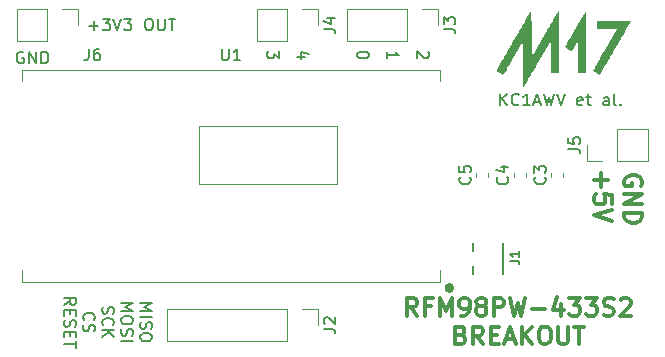
<source format=gbr>
%TF.GenerationSoftware,KiCad,Pcbnew,6.0.2+dfsg-1~bpo11+1*%
%TF.CreationDate,2022-03-03T13:43:19-05:00*%
%TF.ProjectId,RFM98PW-433S2_breakout,52464d39-3850-4572-9d34-333353325f62,rev?*%
%TF.SameCoordinates,Original*%
%TF.FileFunction,Legend,Top*%
%TF.FilePolarity,Positive*%
%FSLAX46Y46*%
G04 Gerber Fmt 4.6, Leading zero omitted, Abs format (unit mm)*
G04 Created by KiCad (PCBNEW 6.0.2+dfsg-1~bpo11+1) date 2022-03-03 13:43:19*
%MOMM*%
%LPD*%
G01*
G04 APERTURE LIST*
%ADD10C,0.150000*%
%ADD11C,0.300000*%
%ADD12C,0.120000*%
%ADD13C,0.420555*%
%ADD14C,0.127000*%
G04 APERTURE END LIST*
D10*
X121158095Y-88654000D02*
X121062857Y-88606380D01*
X120920000Y-88606380D01*
X120777142Y-88654000D01*
X120681904Y-88749238D01*
X120634285Y-88844476D01*
X120586666Y-89034952D01*
X120586666Y-89177809D01*
X120634285Y-89368285D01*
X120681904Y-89463523D01*
X120777142Y-89558761D01*
X120920000Y-89606380D01*
X121015238Y-89606380D01*
X121158095Y-89558761D01*
X121205714Y-89511142D01*
X121205714Y-89177809D01*
X121015238Y-89177809D01*
X121634285Y-89606380D02*
X121634285Y-88606380D01*
X122205714Y-89606380D01*
X122205714Y-88606380D01*
X122681904Y-89606380D02*
X122681904Y-88606380D01*
X122920000Y-88606380D01*
X123062857Y-88654000D01*
X123158095Y-88749238D01*
X123205714Y-88844476D01*
X123253333Y-89034952D01*
X123253333Y-89177809D01*
X123205714Y-89368285D01*
X123158095Y-89463523D01*
X123062857Y-89558761D01*
X122920000Y-89606380D01*
X122681904Y-89606380D01*
X126730571Y-86431428D02*
X127492476Y-86431428D01*
X127111523Y-86812380D02*
X127111523Y-86050476D01*
X127873428Y-85812380D02*
X128492476Y-85812380D01*
X128159142Y-86193333D01*
X128302000Y-86193333D01*
X128397238Y-86240952D01*
X128444857Y-86288571D01*
X128492476Y-86383809D01*
X128492476Y-86621904D01*
X128444857Y-86717142D01*
X128397238Y-86764761D01*
X128302000Y-86812380D01*
X128016285Y-86812380D01*
X127921047Y-86764761D01*
X127873428Y-86717142D01*
X128778190Y-85812380D02*
X129111523Y-86812380D01*
X129444857Y-85812380D01*
X129682952Y-85812380D02*
X130302000Y-85812380D01*
X129968666Y-86193333D01*
X130111523Y-86193333D01*
X130206761Y-86240952D01*
X130254380Y-86288571D01*
X130302000Y-86383809D01*
X130302000Y-86621904D01*
X130254380Y-86717142D01*
X130206761Y-86764761D01*
X130111523Y-86812380D01*
X129825809Y-86812380D01*
X129730571Y-86764761D01*
X129682952Y-86717142D01*
X131682952Y-85812380D02*
X131873428Y-85812380D01*
X131968666Y-85860000D01*
X132063904Y-85955238D01*
X132111523Y-86145714D01*
X132111523Y-86479047D01*
X132063904Y-86669523D01*
X131968666Y-86764761D01*
X131873428Y-86812380D01*
X131682952Y-86812380D01*
X131587714Y-86764761D01*
X131492476Y-86669523D01*
X131444857Y-86479047D01*
X131444857Y-86145714D01*
X131492476Y-85955238D01*
X131587714Y-85860000D01*
X131682952Y-85812380D01*
X132540095Y-85812380D02*
X132540095Y-86621904D01*
X132587714Y-86717142D01*
X132635333Y-86764761D01*
X132730571Y-86812380D01*
X132921047Y-86812380D01*
X133016285Y-86764761D01*
X133063904Y-86717142D01*
X133111523Y-86621904D01*
X133111523Y-85812380D01*
X133444857Y-85812380D02*
X134016285Y-85812380D01*
X133730571Y-86812380D02*
X133730571Y-85812380D01*
X142787619Y-88566666D02*
X142787619Y-89185714D01*
X142406666Y-88852380D01*
X142406666Y-88995238D01*
X142359047Y-89090476D01*
X142311428Y-89138095D01*
X142216190Y-89185714D01*
X141978095Y-89185714D01*
X141882857Y-89138095D01*
X141835238Y-89090476D01*
X141787619Y-88995238D01*
X141787619Y-88709523D01*
X141835238Y-88614285D01*
X141882857Y-88566666D01*
X144994285Y-89090476D02*
X144327619Y-89090476D01*
X145375238Y-88852380D02*
X144660952Y-88614285D01*
X144660952Y-89233333D01*
X150407619Y-88852380D02*
X150407619Y-88947619D01*
X150360000Y-89042857D01*
X150312380Y-89090476D01*
X150217142Y-89138095D01*
X150026666Y-89185714D01*
X149788571Y-89185714D01*
X149598095Y-89138095D01*
X149502857Y-89090476D01*
X149455238Y-89042857D01*
X149407619Y-88947619D01*
X149407619Y-88852380D01*
X149455238Y-88757142D01*
X149502857Y-88709523D01*
X149598095Y-88661904D01*
X149788571Y-88614285D01*
X150026666Y-88614285D01*
X150217142Y-88661904D01*
X150312380Y-88709523D01*
X150360000Y-88757142D01*
X150407619Y-88852380D01*
X151947619Y-89185714D02*
X151947619Y-88614285D01*
X151947619Y-88900000D02*
X152947619Y-88900000D01*
X152804761Y-88804761D01*
X152709523Y-88709523D01*
X152661904Y-88614285D01*
X155392380Y-88614285D02*
X155440000Y-88661904D01*
X155487619Y-88757142D01*
X155487619Y-88995238D01*
X155440000Y-89090476D01*
X155392380Y-89138095D01*
X155297142Y-89185714D01*
X155201904Y-89185714D01*
X155059047Y-89138095D01*
X154487619Y-88566666D01*
X154487619Y-89185714D01*
X131037619Y-109934571D02*
X132037619Y-109934571D01*
X131323333Y-110267904D01*
X132037619Y-110601238D01*
X131037619Y-110601238D01*
X131037619Y-111077428D02*
X132037619Y-111077428D01*
X131085238Y-111506000D02*
X131037619Y-111648857D01*
X131037619Y-111886952D01*
X131085238Y-111982190D01*
X131132857Y-112029809D01*
X131228095Y-112077428D01*
X131323333Y-112077428D01*
X131418571Y-112029809D01*
X131466190Y-111982190D01*
X131513809Y-111886952D01*
X131561428Y-111696476D01*
X131609047Y-111601238D01*
X131656666Y-111553619D01*
X131751904Y-111506000D01*
X131847142Y-111506000D01*
X131942380Y-111553619D01*
X131990000Y-111601238D01*
X132037619Y-111696476D01*
X132037619Y-111934571D01*
X131990000Y-112077428D01*
X132037619Y-112696476D02*
X132037619Y-112886952D01*
X131990000Y-112982190D01*
X131894761Y-113077428D01*
X131704285Y-113125047D01*
X131370952Y-113125047D01*
X131180476Y-113077428D01*
X131085238Y-112982190D01*
X131037619Y-112886952D01*
X131037619Y-112696476D01*
X131085238Y-112601238D01*
X131180476Y-112506000D01*
X131370952Y-112458380D01*
X131704285Y-112458380D01*
X131894761Y-112506000D01*
X131990000Y-112601238D01*
X132037619Y-112696476D01*
X129427619Y-109934571D02*
X130427619Y-109934571D01*
X129713333Y-110267904D01*
X130427619Y-110601238D01*
X129427619Y-110601238D01*
X130427619Y-111267904D02*
X130427619Y-111458380D01*
X130380000Y-111553619D01*
X130284761Y-111648857D01*
X130094285Y-111696476D01*
X129760952Y-111696476D01*
X129570476Y-111648857D01*
X129475238Y-111553619D01*
X129427619Y-111458380D01*
X129427619Y-111267904D01*
X129475238Y-111172666D01*
X129570476Y-111077428D01*
X129760952Y-111029809D01*
X130094285Y-111029809D01*
X130284761Y-111077428D01*
X130380000Y-111172666D01*
X130427619Y-111267904D01*
X129475238Y-112077428D02*
X129427619Y-112220285D01*
X129427619Y-112458380D01*
X129475238Y-112553619D01*
X129522857Y-112601238D01*
X129618095Y-112648857D01*
X129713333Y-112648857D01*
X129808571Y-112601238D01*
X129856190Y-112553619D01*
X129903809Y-112458380D01*
X129951428Y-112267904D01*
X129999047Y-112172666D01*
X130046666Y-112125047D01*
X130141904Y-112077428D01*
X130237142Y-112077428D01*
X130332380Y-112125047D01*
X130380000Y-112172666D01*
X130427619Y-112267904D01*
X130427619Y-112506000D01*
X130380000Y-112648857D01*
X129427619Y-113077428D02*
X130427619Y-113077428D01*
X127865238Y-110220285D02*
X127817619Y-110363142D01*
X127817619Y-110601238D01*
X127865238Y-110696476D01*
X127912857Y-110744095D01*
X128008095Y-110791714D01*
X128103333Y-110791714D01*
X128198571Y-110744095D01*
X128246190Y-110696476D01*
X128293809Y-110601238D01*
X128341428Y-110410761D01*
X128389047Y-110315523D01*
X128436666Y-110267904D01*
X128531904Y-110220285D01*
X128627142Y-110220285D01*
X128722380Y-110267904D01*
X128770000Y-110315523D01*
X128817619Y-110410761D01*
X128817619Y-110648857D01*
X128770000Y-110791714D01*
X127912857Y-111791714D02*
X127865238Y-111744095D01*
X127817619Y-111601238D01*
X127817619Y-111506000D01*
X127865238Y-111363142D01*
X127960476Y-111267904D01*
X128055714Y-111220285D01*
X128246190Y-111172666D01*
X128389047Y-111172666D01*
X128579523Y-111220285D01*
X128674761Y-111267904D01*
X128770000Y-111363142D01*
X128817619Y-111506000D01*
X128817619Y-111601238D01*
X128770000Y-111744095D01*
X128722380Y-111791714D01*
X127817619Y-112220285D02*
X128817619Y-112220285D01*
X127817619Y-112791714D02*
X128389047Y-112363142D01*
X128817619Y-112791714D02*
X128246190Y-112220285D01*
X126302857Y-111339333D02*
X126255238Y-111291714D01*
X126207619Y-111148857D01*
X126207619Y-111053619D01*
X126255238Y-110910761D01*
X126350476Y-110815523D01*
X126445714Y-110767904D01*
X126636190Y-110720285D01*
X126779047Y-110720285D01*
X126969523Y-110767904D01*
X127064761Y-110815523D01*
X127160000Y-110910761D01*
X127207619Y-111053619D01*
X127207619Y-111148857D01*
X127160000Y-111291714D01*
X127112380Y-111339333D01*
X126255238Y-111720285D02*
X126207619Y-111863142D01*
X126207619Y-112101238D01*
X126255238Y-112196476D01*
X126302857Y-112244095D01*
X126398095Y-112291714D01*
X126493333Y-112291714D01*
X126588571Y-112244095D01*
X126636190Y-112196476D01*
X126683809Y-112101238D01*
X126731428Y-111910761D01*
X126779047Y-111815523D01*
X126826666Y-111767904D01*
X126921904Y-111720285D01*
X127017142Y-111720285D01*
X127112380Y-111767904D01*
X127160000Y-111815523D01*
X127207619Y-111910761D01*
X127207619Y-112148857D01*
X127160000Y-112291714D01*
X124597619Y-110053619D02*
X125073809Y-109720285D01*
X124597619Y-109482190D02*
X125597619Y-109482190D01*
X125597619Y-109863142D01*
X125550000Y-109958380D01*
X125502380Y-110006000D01*
X125407142Y-110053619D01*
X125264285Y-110053619D01*
X125169047Y-110006000D01*
X125121428Y-109958380D01*
X125073809Y-109863142D01*
X125073809Y-109482190D01*
X125121428Y-110482190D02*
X125121428Y-110815523D01*
X124597619Y-110958380D02*
X124597619Y-110482190D01*
X125597619Y-110482190D01*
X125597619Y-110958380D01*
X124645238Y-111339333D02*
X124597619Y-111482190D01*
X124597619Y-111720285D01*
X124645238Y-111815523D01*
X124692857Y-111863142D01*
X124788095Y-111910761D01*
X124883333Y-111910761D01*
X124978571Y-111863142D01*
X125026190Y-111815523D01*
X125073809Y-111720285D01*
X125121428Y-111529809D01*
X125169047Y-111434571D01*
X125216666Y-111386952D01*
X125311904Y-111339333D01*
X125407142Y-111339333D01*
X125502380Y-111386952D01*
X125550000Y-111434571D01*
X125597619Y-111529809D01*
X125597619Y-111767904D01*
X125550000Y-111910761D01*
X125121428Y-112339333D02*
X125121428Y-112672666D01*
X124597619Y-112815523D02*
X124597619Y-112339333D01*
X125597619Y-112339333D01*
X125597619Y-112815523D01*
X125597619Y-113101238D02*
X125597619Y-113672666D01*
X124597619Y-113386952D02*
X125597619Y-113386952D01*
D11*
X173470000Y-99949142D02*
X173541428Y-99806285D01*
X173541428Y-99592000D01*
X173470000Y-99377714D01*
X173327142Y-99234857D01*
X173184285Y-99163428D01*
X172898571Y-99092000D01*
X172684285Y-99092000D01*
X172398571Y-99163428D01*
X172255714Y-99234857D01*
X172112857Y-99377714D01*
X172041428Y-99592000D01*
X172041428Y-99734857D01*
X172112857Y-99949142D01*
X172184285Y-100020571D01*
X172684285Y-100020571D01*
X172684285Y-99734857D01*
X172041428Y-100663428D02*
X173541428Y-100663428D01*
X172041428Y-101520571D01*
X173541428Y-101520571D01*
X172041428Y-102234857D02*
X173541428Y-102234857D01*
X173541428Y-102592000D01*
X173470000Y-102806285D01*
X173327142Y-102949142D01*
X173184285Y-103020571D01*
X172898571Y-103092000D01*
X172684285Y-103092000D01*
X172398571Y-103020571D01*
X172255714Y-102949142D01*
X172112857Y-102806285D01*
X172041428Y-102592000D01*
X172041428Y-102234857D01*
X170072857Y-98909428D02*
X170072857Y-100052285D01*
X169501428Y-99480857D02*
X170644285Y-99480857D01*
X171001428Y-101480857D02*
X171001428Y-100766571D01*
X170287142Y-100695142D01*
X170358571Y-100766571D01*
X170430000Y-100909428D01*
X170430000Y-101266571D01*
X170358571Y-101409428D01*
X170287142Y-101480857D01*
X170144285Y-101552285D01*
X169787142Y-101552285D01*
X169644285Y-101480857D01*
X169572857Y-101409428D01*
X169501428Y-101266571D01*
X169501428Y-100909428D01*
X169572857Y-100766571D01*
X169644285Y-100695142D01*
X171001428Y-101980857D02*
X169501428Y-102480857D01*
X171001428Y-102980857D01*
X154496571Y-110977071D02*
X153996571Y-110262785D01*
X153639428Y-110977071D02*
X153639428Y-109477071D01*
X154210857Y-109477071D01*
X154353714Y-109548500D01*
X154425142Y-109619928D01*
X154496571Y-109762785D01*
X154496571Y-109977071D01*
X154425142Y-110119928D01*
X154353714Y-110191357D01*
X154210857Y-110262785D01*
X153639428Y-110262785D01*
X155639428Y-110191357D02*
X155139428Y-110191357D01*
X155139428Y-110977071D02*
X155139428Y-109477071D01*
X155853714Y-109477071D01*
X156425142Y-110977071D02*
X156425142Y-109477071D01*
X156925142Y-110548500D01*
X157425142Y-109477071D01*
X157425142Y-110977071D01*
X158210857Y-110977071D02*
X158496571Y-110977071D01*
X158639428Y-110905642D01*
X158710857Y-110834214D01*
X158853714Y-110619928D01*
X158925142Y-110334214D01*
X158925142Y-109762785D01*
X158853714Y-109619928D01*
X158782285Y-109548500D01*
X158639428Y-109477071D01*
X158353714Y-109477071D01*
X158210857Y-109548500D01*
X158139428Y-109619928D01*
X158068000Y-109762785D01*
X158068000Y-110119928D01*
X158139428Y-110262785D01*
X158210857Y-110334214D01*
X158353714Y-110405642D01*
X158639428Y-110405642D01*
X158782285Y-110334214D01*
X158853714Y-110262785D01*
X158925142Y-110119928D01*
X159782285Y-110119928D02*
X159639428Y-110048500D01*
X159568000Y-109977071D01*
X159496571Y-109834214D01*
X159496571Y-109762785D01*
X159568000Y-109619928D01*
X159639428Y-109548500D01*
X159782285Y-109477071D01*
X160068000Y-109477071D01*
X160210857Y-109548500D01*
X160282285Y-109619928D01*
X160353714Y-109762785D01*
X160353714Y-109834214D01*
X160282285Y-109977071D01*
X160210857Y-110048500D01*
X160068000Y-110119928D01*
X159782285Y-110119928D01*
X159639428Y-110191357D01*
X159568000Y-110262785D01*
X159496571Y-110405642D01*
X159496571Y-110691357D01*
X159568000Y-110834214D01*
X159639428Y-110905642D01*
X159782285Y-110977071D01*
X160068000Y-110977071D01*
X160210857Y-110905642D01*
X160282285Y-110834214D01*
X160353714Y-110691357D01*
X160353714Y-110405642D01*
X160282285Y-110262785D01*
X160210857Y-110191357D01*
X160068000Y-110119928D01*
X160996571Y-110977071D02*
X160996571Y-109477071D01*
X161568000Y-109477071D01*
X161710857Y-109548500D01*
X161782285Y-109619928D01*
X161853714Y-109762785D01*
X161853714Y-109977071D01*
X161782285Y-110119928D01*
X161710857Y-110191357D01*
X161568000Y-110262785D01*
X160996571Y-110262785D01*
X162353714Y-109477071D02*
X162710857Y-110977071D01*
X162996571Y-109905642D01*
X163282285Y-110977071D01*
X163639428Y-109477071D01*
X164210857Y-110405642D02*
X165353714Y-110405642D01*
X166710857Y-109977071D02*
X166710857Y-110977071D01*
X166353714Y-109405642D02*
X165996571Y-110477071D01*
X166925142Y-110477071D01*
X167353714Y-109477071D02*
X168282285Y-109477071D01*
X167782285Y-110048500D01*
X167996571Y-110048500D01*
X168139428Y-110119928D01*
X168210857Y-110191357D01*
X168282285Y-110334214D01*
X168282285Y-110691357D01*
X168210857Y-110834214D01*
X168139428Y-110905642D01*
X167996571Y-110977071D01*
X167568000Y-110977071D01*
X167425142Y-110905642D01*
X167353714Y-110834214D01*
X168782285Y-109477071D02*
X169710857Y-109477071D01*
X169210857Y-110048500D01*
X169425142Y-110048500D01*
X169568000Y-110119928D01*
X169639428Y-110191357D01*
X169710857Y-110334214D01*
X169710857Y-110691357D01*
X169639428Y-110834214D01*
X169568000Y-110905642D01*
X169425142Y-110977071D01*
X168996571Y-110977071D01*
X168853714Y-110905642D01*
X168782285Y-110834214D01*
X170282285Y-110905642D02*
X170496571Y-110977071D01*
X170853714Y-110977071D01*
X170996571Y-110905642D01*
X171068000Y-110834214D01*
X171139428Y-110691357D01*
X171139428Y-110548500D01*
X171068000Y-110405642D01*
X170996571Y-110334214D01*
X170853714Y-110262785D01*
X170568000Y-110191357D01*
X170425142Y-110119928D01*
X170353714Y-110048500D01*
X170282285Y-109905642D01*
X170282285Y-109762785D01*
X170353714Y-109619928D01*
X170425142Y-109548500D01*
X170568000Y-109477071D01*
X170925142Y-109477071D01*
X171139428Y-109548500D01*
X171710857Y-109619928D02*
X171782285Y-109548500D01*
X171925142Y-109477071D01*
X172282285Y-109477071D01*
X172425142Y-109548500D01*
X172496571Y-109619928D01*
X172568000Y-109762785D01*
X172568000Y-109905642D01*
X172496571Y-110119928D01*
X171639428Y-110977071D01*
X172568000Y-110977071D01*
X158210857Y-112606357D02*
X158425142Y-112677785D01*
X158496571Y-112749214D01*
X158568000Y-112892071D01*
X158568000Y-113106357D01*
X158496571Y-113249214D01*
X158425142Y-113320642D01*
X158282285Y-113392071D01*
X157710857Y-113392071D01*
X157710857Y-111892071D01*
X158210857Y-111892071D01*
X158353714Y-111963500D01*
X158425142Y-112034928D01*
X158496571Y-112177785D01*
X158496571Y-112320642D01*
X158425142Y-112463500D01*
X158353714Y-112534928D01*
X158210857Y-112606357D01*
X157710857Y-112606357D01*
X160068000Y-113392071D02*
X159568000Y-112677785D01*
X159210857Y-113392071D02*
X159210857Y-111892071D01*
X159782285Y-111892071D01*
X159925142Y-111963500D01*
X159996571Y-112034928D01*
X160068000Y-112177785D01*
X160068000Y-112392071D01*
X159996571Y-112534928D01*
X159925142Y-112606357D01*
X159782285Y-112677785D01*
X159210857Y-112677785D01*
X160710857Y-112606357D02*
X161210857Y-112606357D01*
X161425142Y-113392071D02*
X160710857Y-113392071D01*
X160710857Y-111892071D01*
X161425142Y-111892071D01*
X161996571Y-112963500D02*
X162710857Y-112963500D01*
X161853714Y-113392071D02*
X162353714Y-111892071D01*
X162853714Y-113392071D01*
X163353714Y-113392071D02*
X163353714Y-111892071D01*
X164210857Y-113392071D02*
X163568000Y-112534928D01*
X164210857Y-111892071D02*
X163353714Y-112749214D01*
X165139428Y-111892071D02*
X165425142Y-111892071D01*
X165568000Y-111963500D01*
X165710857Y-112106357D01*
X165782285Y-112392071D01*
X165782285Y-112892071D01*
X165710857Y-113177785D01*
X165568000Y-113320642D01*
X165425142Y-113392071D01*
X165139428Y-113392071D01*
X164996571Y-113320642D01*
X164853714Y-113177785D01*
X164782285Y-112892071D01*
X164782285Y-112392071D01*
X164853714Y-112106357D01*
X164996571Y-111963500D01*
X165139428Y-111892071D01*
X166425142Y-111892071D02*
X166425142Y-113106357D01*
X166496571Y-113249214D01*
X166568000Y-113320642D01*
X166710857Y-113392071D01*
X166996571Y-113392071D01*
X167139428Y-113320642D01*
X167210857Y-113249214D01*
X167282285Y-113106357D01*
X167282285Y-111892071D01*
X167782285Y-111892071D02*
X168639428Y-111892071D01*
X168210857Y-113392071D02*
X168210857Y-111892071D01*
D10*
X161528761Y-93162380D02*
X161528761Y-92162380D01*
X162100190Y-93162380D02*
X161671619Y-92590952D01*
X162100190Y-92162380D02*
X161528761Y-92733809D01*
X163100190Y-93067142D02*
X163052571Y-93114761D01*
X162909714Y-93162380D01*
X162814476Y-93162380D01*
X162671619Y-93114761D01*
X162576380Y-93019523D01*
X162528761Y-92924285D01*
X162481142Y-92733809D01*
X162481142Y-92590952D01*
X162528761Y-92400476D01*
X162576380Y-92305238D01*
X162671619Y-92210000D01*
X162814476Y-92162380D01*
X162909714Y-92162380D01*
X163052571Y-92210000D01*
X163100190Y-92257619D01*
X164052571Y-93162380D02*
X163481142Y-93162380D01*
X163766857Y-93162380D02*
X163766857Y-92162380D01*
X163671619Y-92305238D01*
X163576380Y-92400476D01*
X163481142Y-92448095D01*
X164433523Y-92876666D02*
X164909714Y-92876666D01*
X164338285Y-93162380D02*
X164671619Y-92162380D01*
X165004952Y-93162380D01*
X165243047Y-92162380D02*
X165481142Y-93162380D01*
X165671619Y-92448095D01*
X165862095Y-93162380D01*
X166100190Y-92162380D01*
X166338285Y-92162380D02*
X166671619Y-93162380D01*
X167004952Y-92162380D01*
X168481142Y-93114761D02*
X168385904Y-93162380D01*
X168195428Y-93162380D01*
X168100190Y-93114761D01*
X168052571Y-93019523D01*
X168052571Y-92638571D01*
X168100190Y-92543333D01*
X168195428Y-92495714D01*
X168385904Y-92495714D01*
X168481142Y-92543333D01*
X168528761Y-92638571D01*
X168528761Y-92733809D01*
X168052571Y-92829047D01*
X168814476Y-92495714D02*
X169195428Y-92495714D01*
X168957333Y-92162380D02*
X168957333Y-93019523D01*
X169004952Y-93114761D01*
X169100190Y-93162380D01*
X169195428Y-93162380D01*
X170719238Y-93162380D02*
X170719238Y-92638571D01*
X170671619Y-92543333D01*
X170576380Y-92495714D01*
X170385904Y-92495714D01*
X170290666Y-92543333D01*
X170719238Y-93114761D02*
X170624000Y-93162380D01*
X170385904Y-93162380D01*
X170290666Y-93114761D01*
X170243047Y-93019523D01*
X170243047Y-92924285D01*
X170290666Y-92829047D01*
X170385904Y-92781428D01*
X170624000Y-92781428D01*
X170719238Y-92733809D01*
X171338285Y-93162380D02*
X171243047Y-93114761D01*
X171195428Y-93019523D01*
X171195428Y-92162380D01*
X171719238Y-93067142D02*
X171766857Y-93114761D01*
X171719238Y-93162380D01*
X171671619Y-93114761D01*
X171719238Y-93067142D01*
X171719238Y-93162380D01*
%TO.C,U1*%
X137955095Y-88352380D02*
X137955095Y-89161904D01*
X138002714Y-89257142D01*
X138050333Y-89304761D01*
X138145571Y-89352380D01*
X138336047Y-89352380D01*
X138431285Y-89304761D01*
X138478904Y-89257142D01*
X138526523Y-89161904D01*
X138526523Y-88352380D01*
X139526523Y-89352380D02*
X138955095Y-89352380D01*
X139240809Y-89352380D02*
X139240809Y-88352380D01*
X139145571Y-88495238D01*
X139050333Y-88590476D01*
X138955095Y-88638095D01*
%TO.C,J1*%
X162350097Y-106328189D02*
X162922442Y-106328189D01*
X163036911Y-106366345D01*
X163113223Y-106442658D01*
X163151380Y-106557127D01*
X163151380Y-106633440D01*
X163151380Y-105526906D02*
X163151380Y-105984782D01*
X163151380Y-105755844D02*
X162350097Y-105755844D01*
X162464566Y-105832157D01*
X162540878Y-105908469D01*
X162579035Y-105984782D01*
%TO.C,C4*%
X162122142Y-99226666D02*
X162169761Y-99274285D01*
X162217380Y-99417142D01*
X162217380Y-99512380D01*
X162169761Y-99655238D01*
X162074523Y-99750476D01*
X161979285Y-99798095D01*
X161788809Y-99845714D01*
X161645952Y-99845714D01*
X161455476Y-99798095D01*
X161360238Y-99750476D01*
X161265000Y-99655238D01*
X161217380Y-99512380D01*
X161217380Y-99417142D01*
X161265000Y-99274285D01*
X161312619Y-99226666D01*
X161550714Y-98369523D02*
X162217380Y-98369523D01*
X161169761Y-98607619D02*
X161884047Y-98845714D01*
X161884047Y-98226666D01*
%TO.C,J3*%
X156722380Y-86693333D02*
X157436666Y-86693333D01*
X157579523Y-86740952D01*
X157674761Y-86836190D01*
X157722380Y-86979047D01*
X157722380Y-87074285D01*
X156722380Y-86312380D02*
X156722380Y-85693333D01*
X157103333Y-86026666D01*
X157103333Y-85883809D01*
X157150952Y-85788571D01*
X157198571Y-85740952D01*
X157293809Y-85693333D01*
X157531904Y-85693333D01*
X157627142Y-85740952D01*
X157674761Y-85788571D01*
X157722380Y-85883809D01*
X157722380Y-86169523D01*
X157674761Y-86264761D01*
X157627142Y-86312380D01*
%TO.C,C5*%
X158947142Y-99226666D02*
X158994761Y-99274285D01*
X159042380Y-99417142D01*
X159042380Y-99512380D01*
X158994761Y-99655238D01*
X158899523Y-99750476D01*
X158804285Y-99798095D01*
X158613809Y-99845714D01*
X158470952Y-99845714D01*
X158280476Y-99798095D01*
X158185238Y-99750476D01*
X158090000Y-99655238D01*
X158042380Y-99512380D01*
X158042380Y-99417142D01*
X158090000Y-99274285D01*
X158137619Y-99226666D01*
X158042380Y-98321904D02*
X158042380Y-98798095D01*
X158518571Y-98845714D01*
X158470952Y-98798095D01*
X158423333Y-98702857D01*
X158423333Y-98464761D01*
X158470952Y-98369523D01*
X158518571Y-98321904D01*
X158613809Y-98274285D01*
X158851904Y-98274285D01*
X158947142Y-98321904D01*
X158994761Y-98369523D01*
X159042380Y-98464761D01*
X159042380Y-98702857D01*
X158994761Y-98798095D01*
X158947142Y-98845714D01*
%TO.C,J5*%
X167302380Y-96853333D02*
X168016666Y-96853333D01*
X168159523Y-96900952D01*
X168254761Y-96996190D01*
X168302380Y-97139047D01*
X168302380Y-97234285D01*
X167302380Y-95900952D02*
X167302380Y-96377142D01*
X167778571Y-96424761D01*
X167730952Y-96377142D01*
X167683333Y-96281904D01*
X167683333Y-96043809D01*
X167730952Y-95948571D01*
X167778571Y-95900952D01*
X167873809Y-95853333D01*
X168111904Y-95853333D01*
X168207142Y-95900952D01*
X168254761Y-95948571D01*
X168302380Y-96043809D01*
X168302380Y-96281904D01*
X168254761Y-96377142D01*
X168207142Y-96424761D01*
%TO.C,J2*%
X146562380Y-112093333D02*
X147276666Y-112093333D01*
X147419523Y-112140952D01*
X147514761Y-112236190D01*
X147562380Y-112379047D01*
X147562380Y-112474285D01*
X146657619Y-111664761D02*
X146610000Y-111617142D01*
X146562380Y-111521904D01*
X146562380Y-111283809D01*
X146610000Y-111188571D01*
X146657619Y-111140952D01*
X146752857Y-111093333D01*
X146848095Y-111093333D01*
X146990952Y-111140952D01*
X147562380Y-111712380D01*
X147562380Y-111093333D01*
%TO.C,J6*%
X126666666Y-88352380D02*
X126666666Y-89066666D01*
X126619047Y-89209523D01*
X126523809Y-89304761D01*
X126380952Y-89352380D01*
X126285714Y-89352380D01*
X127571428Y-88352380D02*
X127380952Y-88352380D01*
X127285714Y-88400000D01*
X127238095Y-88447619D01*
X127142857Y-88590476D01*
X127095238Y-88780952D01*
X127095238Y-89161904D01*
X127142857Y-89257142D01*
X127190476Y-89304761D01*
X127285714Y-89352380D01*
X127476190Y-89352380D01*
X127571428Y-89304761D01*
X127619047Y-89257142D01*
X127666666Y-89161904D01*
X127666666Y-88923809D01*
X127619047Y-88828571D01*
X127571428Y-88780952D01*
X127476190Y-88733333D01*
X127285714Y-88733333D01*
X127190476Y-88780952D01*
X127142857Y-88828571D01*
X127095238Y-88923809D01*
%TO.C,C3*%
X165297142Y-99226666D02*
X165344761Y-99274285D01*
X165392380Y-99417142D01*
X165392380Y-99512380D01*
X165344761Y-99655238D01*
X165249523Y-99750476D01*
X165154285Y-99798095D01*
X164963809Y-99845714D01*
X164820952Y-99845714D01*
X164630476Y-99798095D01*
X164535238Y-99750476D01*
X164440000Y-99655238D01*
X164392380Y-99512380D01*
X164392380Y-99417142D01*
X164440000Y-99274285D01*
X164487619Y-99226666D01*
X164392380Y-98893333D02*
X164392380Y-98274285D01*
X164773333Y-98607619D01*
X164773333Y-98464761D01*
X164820952Y-98369523D01*
X164868571Y-98321904D01*
X164963809Y-98274285D01*
X165201904Y-98274285D01*
X165297142Y-98321904D01*
X165344761Y-98369523D01*
X165392380Y-98464761D01*
X165392380Y-98750476D01*
X165344761Y-98845714D01*
X165297142Y-98893333D01*
%TO.C,J4*%
X146562380Y-86693333D02*
X147276666Y-86693333D01*
X147419523Y-86740952D01*
X147514761Y-86836190D01*
X147562380Y-86979047D01*
X147562380Y-87074285D01*
X146895714Y-85788571D02*
X147562380Y-85788571D01*
X146514761Y-86026666D02*
X147229047Y-86264761D01*
X147229047Y-85645714D01*
D12*
%TO.C,U1*%
X156417000Y-90129000D02*
X156417000Y-91129000D01*
X121017000Y-108129000D02*
X121017000Y-107129000D01*
X156417000Y-108129000D02*
X156417000Y-107129000D01*
X121017000Y-90129000D02*
X121017000Y-91129000D01*
X121017000Y-90129000D02*
X156417000Y-90129000D01*
X156417000Y-108129000D02*
X121017000Y-108129000D01*
X136017000Y-94929000D02*
X147717000Y-94929000D01*
X147717000Y-94929000D02*
X147717000Y-99829000D01*
X147717000Y-99829000D02*
X136017000Y-99829000D01*
X136017000Y-99829000D02*
X136017000Y-94929000D01*
D13*
X157427277Y-108629000D02*
G75*
G03*
X157427277Y-108629000I-210277J0D01*
G01*
D14*
%TO.C,J1*%
X161777200Y-104821200D02*
X161777200Y-107421200D01*
X159177200Y-107421200D02*
X159177200Y-106791200D01*
X159177200Y-104821200D02*
X159177200Y-105451200D01*
D12*
%TO.C,C4*%
X162685000Y-99206267D02*
X162685000Y-98913733D01*
X163705000Y-99206267D02*
X163705000Y-98913733D01*
%TO.C,J3*%
X154940000Y-85030000D02*
X156270000Y-85030000D01*
X153670000Y-85030000D02*
X153670000Y-87690000D01*
X153670000Y-85030000D02*
X148530000Y-85030000D01*
X148530000Y-85030000D02*
X148530000Y-87690000D01*
X153670000Y-87690000D02*
X148530000Y-87690000D01*
X156270000Y-85030000D02*
X156270000Y-86360000D01*
%TO.C,C5*%
X159510000Y-99206267D02*
X159510000Y-98913733D01*
X160530000Y-99206267D02*
X160530000Y-98913733D01*
%TO.C,J5*%
X168850000Y-97850000D02*
X168850000Y-96520000D01*
X171450000Y-97850000D02*
X171450000Y-95190000D01*
X171450000Y-97850000D02*
X174050000Y-97850000D01*
X170180000Y-97850000D02*
X168850000Y-97850000D01*
X174050000Y-97850000D02*
X174050000Y-95190000D01*
X171450000Y-95190000D02*
X174050000Y-95190000D01*
%TO.C,G1*%
G36*
X164159130Y-85134489D02*
G01*
X164161108Y-85188299D01*
X164163071Y-85275039D01*
X164164996Y-85392231D01*
X164166858Y-85537400D01*
X164168634Y-85708069D01*
X164170300Y-85901761D01*
X164171833Y-86116000D01*
X164173209Y-86348311D01*
X164174404Y-86596215D01*
X164175395Y-86857237D01*
X164176087Y-87098897D01*
X164180906Y-89082603D01*
X165305464Y-87132044D01*
X165450155Y-86881130D01*
X165589855Y-86638975D01*
X165723367Y-86407647D01*
X165849498Y-86189212D01*
X165967051Y-85985737D01*
X166074831Y-85799289D01*
X166171643Y-85631934D01*
X166256290Y-85485739D01*
X166327579Y-85362771D01*
X166384313Y-85265097D01*
X166425297Y-85194784D01*
X166449336Y-85153897D01*
X166455278Y-85144124D01*
X166458862Y-85143711D01*
X166462103Y-85154715D01*
X166465018Y-85178805D01*
X166467621Y-85217652D01*
X166469931Y-85272926D01*
X166471961Y-85346299D01*
X166473730Y-85439442D01*
X166475252Y-85554023D01*
X166476544Y-85691716D01*
X166477623Y-85854189D01*
X166478503Y-86043113D01*
X166479202Y-86260160D01*
X166479735Y-86507000D01*
X166480118Y-86785304D01*
X166480368Y-87096741D01*
X166480501Y-87442983D01*
X166480534Y-87762730D01*
X166480534Y-90418696D01*
X165799411Y-90418696D01*
X165789699Y-87683738D01*
X164658390Y-89644819D01*
X164513213Y-89896387D01*
X164372995Y-90139181D01*
X164238932Y-90371142D01*
X164112218Y-90590210D01*
X163994048Y-90794326D01*
X163885617Y-90981432D01*
X163788118Y-91149467D01*
X163702747Y-91296372D01*
X163630698Y-91420089D01*
X163573166Y-91518557D01*
X163531345Y-91589718D01*
X163506430Y-91631513D01*
X163499768Y-91642089D01*
X163495357Y-91644393D01*
X163491414Y-91637633D01*
X163487904Y-91619804D01*
X163484795Y-91588903D01*
X163482052Y-91542926D01*
X163479642Y-91479869D01*
X163477532Y-91397727D01*
X163475688Y-91294498D01*
X163474077Y-91168178D01*
X163472664Y-91016761D01*
X163471418Y-90838245D01*
X163470303Y-90630625D01*
X163469287Y-90391897D01*
X163468336Y-90120059D01*
X163467416Y-89813104D01*
X163467068Y-89686600D01*
X163461681Y-87694921D01*
X162761383Y-88908896D01*
X162643860Y-89112633D01*
X162528825Y-89312073D01*
X162418150Y-89503970D01*
X162313708Y-89685077D01*
X162217371Y-89852145D01*
X162131012Y-90001929D01*
X162056502Y-90131182D01*
X161995713Y-90236655D01*
X161950519Y-90315104D01*
X161927288Y-90355460D01*
X161793490Y-90588048D01*
X161501431Y-90419160D01*
X161407396Y-90363685D01*
X161325944Y-90313536D01*
X161262323Y-90272118D01*
X161221784Y-90242835D01*
X161209371Y-90229748D01*
X161218638Y-90210927D01*
X161245610Y-90161576D01*
X161289049Y-90083848D01*
X161347713Y-89979894D01*
X161420363Y-89851864D01*
X161505758Y-89701911D01*
X161602659Y-89532185D01*
X161709824Y-89344839D01*
X161826015Y-89142024D01*
X161949989Y-88925890D01*
X162080509Y-88698590D01*
X162216332Y-88462275D01*
X162356220Y-88219097D01*
X162498932Y-87971206D01*
X162643227Y-87720754D01*
X162787865Y-87469893D01*
X162931607Y-87220773D01*
X163073212Y-86975547D01*
X163211440Y-86736366D01*
X163345051Y-86505381D01*
X163472804Y-86284744D01*
X163593460Y-86076606D01*
X163705777Y-85883118D01*
X163808517Y-85706432D01*
X163900438Y-85548700D01*
X163980301Y-85412072D01*
X164046866Y-85298700D01*
X164098891Y-85210736D01*
X164135138Y-85150331D01*
X164154365Y-85119636D01*
X164157160Y-85116085D01*
X164159130Y-85134489D01*
G37*
G36*
X171366196Y-86043388D02*
G01*
X171584505Y-86043627D01*
X171788588Y-86044010D01*
X171975540Y-86044523D01*
X172142452Y-86045154D01*
X172286420Y-86045889D01*
X172404536Y-86046716D01*
X172493893Y-86047621D01*
X172551585Y-86048592D01*
X172574705Y-86049615D01*
X172575019Y-86049750D01*
X172565761Y-86066772D01*
X172538866Y-86114297D01*
X172495653Y-86190039D01*
X172437442Y-86291710D01*
X172365551Y-86417025D01*
X172281300Y-86563696D01*
X172186008Y-86729436D01*
X172080994Y-86911958D01*
X171967577Y-87108977D01*
X171847076Y-87318204D01*
X171720812Y-87537354D01*
X171590102Y-87764140D01*
X171456266Y-87996274D01*
X171320623Y-88231470D01*
X171184492Y-88467441D01*
X171049193Y-88701900D01*
X170916044Y-88932561D01*
X170786365Y-89157137D01*
X170661475Y-89373341D01*
X170542693Y-89578887D01*
X170431338Y-89771486D01*
X170328730Y-89948854D01*
X170236188Y-90108702D01*
X170155030Y-90248744D01*
X170086576Y-90366694D01*
X170032145Y-90460264D01*
X169993057Y-90527168D01*
X169970630Y-90565119D01*
X169965592Y-90573199D01*
X169946140Y-90568263D01*
X169899817Y-90546741D01*
X169832220Y-90511522D01*
X169748947Y-90465495D01*
X169679192Y-90425398D01*
X169586522Y-90371278D01*
X169504469Y-90323341D01*
X169438974Y-90285059D01*
X169395977Y-90259903D01*
X169382308Y-90251882D01*
X169387089Y-90234099D01*
X169410099Y-90185695D01*
X169451452Y-90106466D01*
X169511263Y-89996207D01*
X169589646Y-89854714D01*
X169686716Y-89681782D01*
X169802587Y-89477209D01*
X169937373Y-89240789D01*
X170091188Y-88972319D01*
X170264148Y-88671593D01*
X170370788Y-88486633D01*
X171381711Y-86734655D01*
X170539915Y-86729724D01*
X169698119Y-86724794D01*
X169698119Y-86043305D01*
X171136569Y-86043305D01*
X171366196Y-86043388D01*
G37*
G36*
X168793601Y-85141795D02*
G01*
X168795828Y-85194500D01*
X168797906Y-85282363D01*
X168799826Y-85404020D01*
X168801581Y-85558110D01*
X168803159Y-85743270D01*
X168804554Y-85958137D01*
X168805755Y-86201350D01*
X168806754Y-86471545D01*
X168807543Y-86767361D01*
X168808111Y-87087436D01*
X168808450Y-87430405D01*
X168808551Y-87763156D01*
X168808551Y-90418696D01*
X168127428Y-90418696D01*
X168122572Y-89044714D01*
X168117717Y-87670732D01*
X167862203Y-88116702D01*
X167794282Y-88233874D01*
X167731727Y-88339177D01*
X167677150Y-88428419D01*
X167633166Y-88497408D01*
X167602387Y-88541953D01*
X167587427Y-88557862D01*
X167587162Y-88557836D01*
X167560750Y-88545988D01*
X167510283Y-88519045D01*
X167442180Y-88480805D01*
X167362860Y-88435071D01*
X167278741Y-88385642D01*
X167196241Y-88336317D01*
X167121779Y-88290899D01*
X167061773Y-88253186D01*
X167022642Y-88226979D01*
X167010572Y-88216449D01*
X167019787Y-88198321D01*
X167046390Y-88150200D01*
X167088780Y-88074865D01*
X167145356Y-87975095D01*
X167214518Y-87853669D01*
X167294665Y-87713364D01*
X167384196Y-87556961D01*
X167481509Y-87387236D01*
X167585005Y-87206970D01*
X167693083Y-87018941D01*
X167804141Y-86825926D01*
X167916579Y-86630706D01*
X168028796Y-86436059D01*
X168139192Y-86244762D01*
X168246165Y-86059596D01*
X168348114Y-85883338D01*
X168443440Y-85718767D01*
X168530540Y-85568663D01*
X168607815Y-85435802D01*
X168673663Y-85322965D01*
X168726484Y-85232930D01*
X168764677Y-85168475D01*
X168786641Y-85132380D01*
X168791235Y-85125609D01*
X168793601Y-85141795D01*
G37*
%TO.C,J2*%
X143510000Y-110430000D02*
X143510000Y-113090000D01*
X146110000Y-110430000D02*
X146110000Y-111760000D01*
X143510000Y-113090000D02*
X133290000Y-113090000D01*
X143510000Y-110430000D02*
X133290000Y-110430000D01*
X133290000Y-110430000D02*
X133290000Y-113090000D01*
X144780000Y-110430000D02*
X146110000Y-110430000D01*
%TO.C,J6*%
X125790000Y-85030000D02*
X125790000Y-86360000D01*
X123190000Y-87690000D02*
X120590000Y-87690000D01*
X123190000Y-85030000D02*
X123190000Y-87690000D01*
X124460000Y-85030000D02*
X125790000Y-85030000D01*
X123190000Y-85030000D02*
X120590000Y-85030000D01*
X120590000Y-85030000D02*
X120590000Y-87690000D01*
%TO.C,C3*%
X166880000Y-99206267D02*
X166880000Y-98913733D01*
X165860000Y-99206267D02*
X165860000Y-98913733D01*
%TO.C,J4*%
X143510000Y-87690000D02*
X140910000Y-87690000D01*
X140910000Y-85030000D02*
X140910000Y-87690000D01*
X143510000Y-85030000D02*
X140910000Y-85030000D01*
X143510000Y-85030000D02*
X143510000Y-87690000D01*
X144780000Y-85030000D02*
X146110000Y-85030000D01*
X146110000Y-85030000D02*
X146110000Y-86360000D01*
%TD*%
M02*

</source>
